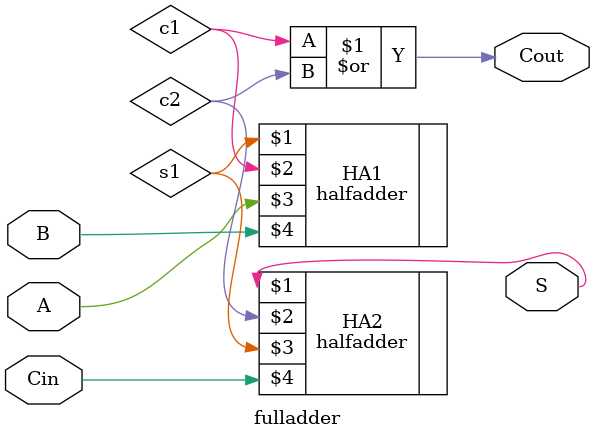
<source format=v>

module fulladder(S, Cout, A, B, Cin);
	output S, Cout;
	input A, B, Cin;
	wire c1, c2, s1;
	halfadder HA1(s1, c1, A, B);
	halfadder HA2(S, c2, s1, Cin);
	or o1(Cout, c1, c2);
endmodule

</source>
